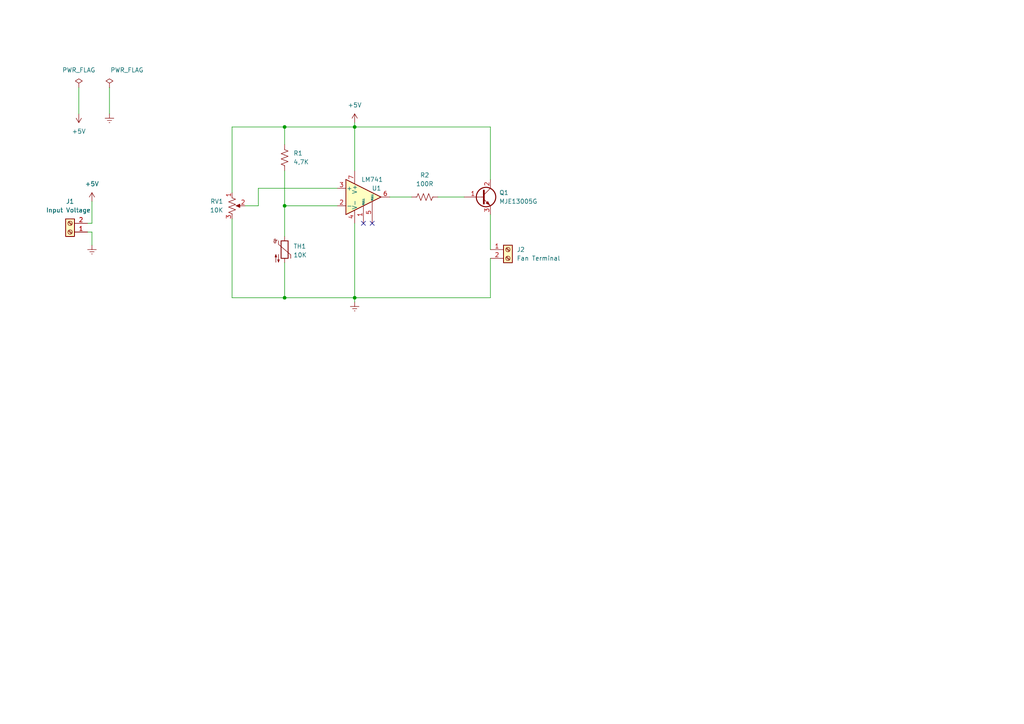
<source format=kicad_sch>
(kicad_sch (version 20230121) (generator eeschema)
  (paper "A4")
  (lib_symbols
    (symbol "Amplifier_Operational:LM741" (pin_names (offset 0.127))
      (property "Reference" "U" (at 0 6.35 0))
      (property "Value" "LM741" (at 0 3.81 0))
      (symbol "LM741_0_1"
        (polyline (pts (xy -5.08 5.08) (xy 5.08 0) (xy -5.08 -5.08) (xy -5.08 5.08)) (stroke (width 0.254)) (fill (type background)))
      )
      (symbol "LM741_1_1"
        (pin input line (at 0 -7.62 90) (length 5.08) (name "NULL") (number "1"))
        (pin input line (at -7.62 -2.54 0) (length 2.54) (name "-") (number "2"))
        (pin input line (at -7.62 2.54 0) (length 2.54) (name "+") (number "3"))
        (pin power_in line (at -2.54 -7.62 90) (length 3.81) (name "V-") (number "4"))
        (pin input line (at 2.54 -7.62 90) (length 6.35) (name "NULL") (number "5"))
        (pin output line (at 7.62 0 180) (length 2.54) (name "~") (number "6"))
        (pin power_in line (at -2.54 7.62 270) (length 3.81) (name "V+") (number "7"))
        (pin no_connect line (at 0 2.54 270) (length 2.54) hide (name "NC") (number "8"))
      )
    )
    (symbol "Connector:Screw_Terminal_01x02" (pin_names (offset 1.016) hide)
      (property "Reference" "J" (at 0 2.54 0))
      (property "Value" "Screw_Terminal_01x02" (at 0 -5.08 0))
      (symbol "Screw_Terminal_01x02_1_1"
        (rectangle (start -1.27 1.27) (end 1.27 -3.81) (stroke (width 0.254)) (fill (type background)))
        (circle (center 0 -2.54) (radius 0.635) (stroke (width 0.1524)))
        (polyline (pts (xy -0.5334 -2.2098) (xy 0.3302 -3.048)) (stroke (width 0.1524)))
        (polyline (pts (xy -0.5334 0.3302) (xy 0.3302 -0.508)) (stroke (width 0.1524)))
        (polyline (pts (xy -0.3556 -2.032) (xy 0.508 -2.8702)) (stroke (width 0.1524)))
        (polyline (pts (xy -0.3556 0.508) (xy 0.508 -0.3302)) (stroke (width 0.1524)))
        (circle (center 0 0) (radius 0.635) (stroke (width 0.1524)))
        (pin passive line (at -5.08 0 0) (length 3.81) (name "Pin_1") (number "1"))
        (pin passive line (at -5.08 -2.54 0) (length 3.81) (name "Pin_2") (number "2"))
      )
    )
    (symbol "Device:R_Potentiometer_US" (pin_names (offset 1.016) hide)
      (property "Reference" "RV" (at -4.445 0 90))
      (property "Value" "R_Potentiometer_US" (at -2.54 0 90))
      (symbol "R_Potentiometer_US_0_1"
        (polyline (pts (xy 0 -2.286) (xy 0 -2.54)))
        (polyline (pts (xy 0 2.54) (xy 0 2.286)))
        (polyline (pts (xy 2.54 0) (xy 1.524 0)))
        (polyline (pts (xy 1.143 0) (xy 2.286 0.508) (xy 2.286 -0.508) (xy 1.143 0)) (fill (type outline)))
        (polyline (pts (xy 0 -0.762) (xy 1.016 -1.143) (xy 0 -1.524) (xy -1.016 -1.905) (xy 0 -2.286)))
        (polyline (pts (xy 0 0.762) (xy 1.016 0.381) (xy 0 0) (xy -1.016 -0.381) (xy 0 -0.762)))
        (polyline (pts (xy 0 2.286) (xy 1.016 1.905) (xy 0 1.524) (xy -1.016 1.143) (xy 0 0.762)))
      )
      (symbol "R_Potentiometer_US_1_1"
        (pin passive line (at 0 3.81 270) (length 1.27) (name "1") (number "1"))
        (pin passive line (at 3.81 0 180) (length 1.27) (name "2") (number "2"))
        (pin passive line (at 0 -3.81 90) (length 1.27) (name "3") (number "3"))
      )
    )
    (symbol "Device:R_US" (pin_numbers hide) (pin_names (offset 0))
      (property "Reference" "R" (at 2.54 0 90))
      (property "Value" "R_US" (at -2.54 0 90))
      (symbol "R_US_0_1"
        (polyline (pts (xy 0 -2.286) (xy 0 -2.54)))
        (polyline (pts (xy 0 2.286) (xy 0 2.54)))
        (polyline (pts (xy 0 -0.762) (xy 1.016 -1.143) (xy 0 -1.524) (xy -1.016 -1.905) (xy 0 -2.286)))
        (polyline (pts (xy 0 0.762) (xy 1.016 0.381) (xy 0 0) (xy -1.016 -0.381) (xy 0 -0.762)))
        (polyline (pts (xy 0 2.286) (xy 1.016 1.905) (xy 0 1.524) (xy -1.016 1.143) (xy 0 0.762)))
      )
      (symbol "R_US_1_1"
        (pin passive line (at 0 3.81 270) (length 1.27) (name "~") (number "1"))
        (pin passive line (at 0 -3.81 90) (length 1.27) (name "~") (number "2"))
      )
    )
    (symbol "Device:Thermistor_NTC" (pin_numbers hide) (pin_names (offset 0))
      (property "Reference" "TH" (at -4.445 0 90))
      (property "Value" "Thermistor_NTC" (at 3.175 0 90))
      (symbol "Thermistor_NTC_0_1"
        (arc (start -3.048 2.159) (mid -3.0495 2.3143) (end -3.175 2.413))
        (arc (start -3.048 2.159) (mid -2.9736 1.9794) (end -2.794 1.905))
        (arc (start -3.048 2.794) (mid -2.9736 2.6144) (end -2.794 2.54))
        (arc (start -2.794 1.905) (mid -2.6144 1.9794) (end -2.54 2.159))
        (arc (start -2.794 2.54) (mid -2.4393 2.5587) (end -2.159 2.794))
        (arc (start -2.794 3.048) (mid -2.9736 2.9736) (end -3.048 2.794))
        (arc (start -2.54 2.794) (mid -2.6144 2.9736) (end -2.794 3.048))
        (rectangle (start -1.016 2.54) (end 1.016 -2.54) (stroke (width 0.254)))
        (polyline (pts (xy -2.54 2.159) (xy -2.54 2.794)))
        (polyline (pts (xy -1.778 2.54) (xy -1.778 1.524) (xy 1.778 -1.524) (xy 1.778 -2.54)))
        (polyline (pts (xy -2.54 -3.683) (xy -2.54 -1.397) (xy -2.794 -2.159) (xy -2.286 -2.159) (xy -2.54 -1.397) (xy -2.54 -1.651)) (fill (type outline)))
        (polyline (pts (xy -1.778 -1.397) (xy -1.778 -3.683) (xy -2.032 -2.921) (xy -1.524 -2.921) (xy -1.778 -3.683) (xy -1.778 -3.429)) (fill (type outline)))
      )
      (symbol "Thermistor_NTC_1_1"
        (pin passive line (at 0 3.81 270) (length 1.27) (name "~") (number "1"))
        (pin passive line (at 0 -3.81 90) (length 1.27) (name "~") (number "2"))
      )
    )
    (symbol "Transistor_BJT:MJE13005G" (pin_names (offset 0) hide)
      (property "Reference" "Q" (at 6.35 1.905 0))
      (property "Value" "MJE13005G" (at 6.35 0 0))
      (symbol "MJE13005G_0_1"
        (polyline (pts (xy 0 0) (xy 0.635 0)))
        (polyline (pts (xy 2.54 2.54) (xy 0.635 0.635)))
        (polyline (pts (xy 0.635 1.905) (xy 0.635 -1.905) (xy 0.635 -1.905)) (stroke (width 0.508)))
        (polyline (pts (xy 2.286 -2.286) (xy 1.778 -1.778) (xy 1.778 -1.778)))
        (polyline (pts (xy 2.54 -2.54) (xy 0.635 -0.635) (xy 1.27 -1.27)) (fill (type outline)))
        (polyline (pts (xy 1.27 -1.778) (xy 1.778 -1.27) (xy 2.286 -2.286) (xy 1.27 -1.778) (xy 1.27 -1.778)) (fill (type outline)))
        (circle (center 1.27 0) (radius 2.8194) (stroke (width 0.3048)))
      )
      (symbol "MJE13005G_1_1"
        (pin input line (at -5.08 0 0) (length 5.08) (name "B") (number "1"))
        (pin passive line (at 2.54 5.08 270) (length 2.54) (name "C") (number "2"))
        (pin passive line (at 2.54 -5.08 90) (length 2.54) (name "E") (number "3"))
      )
    )
    (symbol "power:+5V" (power) (pin_names (offset 0))
      (property "Value" "+5V" (at 0 3.556 0))
      (symbol "+5V_0_1"
        (polyline (pts (xy -0.762 1.27) (xy 0 2.54)))
        (polyline (pts (xy 0 0) (xy 0 2.54)))
        (polyline (pts (xy 0 2.54) (xy 0.762 1.27)))
      )
      (symbol "+5V_1_1"
        (pin power_in line (at 0 0 90) (length 0) hide (name "+5V") (number "1"))
      )
    )
    (symbol "power:Earth" (power) (pin_names (offset 0))
      (symbol "Earth_0_1"
        (polyline (pts (xy -0.635 -1.905) (xy 0.635 -1.905)))
        (polyline (pts (xy -0.127 -2.54) (xy 0.127 -2.54)))
        (polyline (pts (xy 0 -1.27) (xy 0 0)))
        (polyline (pts (xy 1.27 -1.27) (xy -1.27 -1.27)))
      )
      (symbol "Earth_1_1"
        (pin power_in line (at 0 0 270) (length 0) hide (name "Earth") (number "1"))
      )
    )
    (symbol "power:PWR_FLAG" (power) (pin_numbers hide) (pin_names (offset 0) hide)
      (property "Value" "PWR_FLAG" (at 0 3.81 0))
      (symbol "PWR_FLAG_0_0"
        (pin power_out line (at 0 0 90) (length 0) (name "pwr") (number "1"))
      )
      (symbol "PWR_FLAG_0_1"
        (polyline (pts (xy 0 0) (xy 0 1.27) (xy -1.016 1.905) (xy 0 2.54) (xy 1.016 1.905) (xy 0 1.27)))
      )
    )
  )
  (junction (at 82.55 59.69))
  (junction (at 102.87 86.36))
  (junction (at 82.55 86.36))
  (junction (at 82.55 36.83))
  (junction (at 102.87 36.83))
  (no_connect (at 105.41 64.77))
  (no_connect (at 107.95 64.77))
  (wire (pts (xy 82.55 76.2) (xy 82.55 86.36)))
  (wire (pts (xy 142.24 74.93) (xy 142.24 86.36)))
  (wire (pts (xy 67.31 55.88) (xy 67.31 36.83)))
  (wire (pts (xy 102.87 49.53) (xy 102.87 36.83)))
  (wire (pts (xy 82.55 59.69) (xy 97.79 59.69)))
  (wire (pts (xy 82.55 59.69) (xy 82.55 68.58)))
  (wire (pts (xy 67.31 86.36) (xy 82.55 86.36)))
  (wire (pts (xy 82.55 36.83) (xy 102.87 36.83)))
  (wire (pts (xy 142.24 86.36) (xy 102.87 86.36)))
  (wire (pts (xy 22.86 25.4) (xy 22.86 33.02)))
  (wire (pts (xy 26.67 58.42) (xy 26.67 64.77)))
  (wire (pts (xy 102.87 87.63) (xy 102.87 86.36)))
  (wire (pts (xy 71.12 59.69) (xy 74.93 59.69)))
  (wire (pts (xy 113.03 57.15) (xy 119.38 57.15)))
  (wire (pts (xy 82.55 49.53) (xy 82.55 59.69)))
  (wire (pts (xy 102.87 35.56) (xy 102.87 36.83)))
  (wire (pts (xy 97.79 54.61) (xy 74.93 54.61)))
  (wire (pts (xy 67.31 63.5) (xy 67.31 86.36)))
  (wire (pts (xy 142.24 62.23) (xy 142.24 72.39)))
  (wire (pts (xy 26.67 64.77) (xy 25.4 64.77)))
  (wire (pts (xy 82.55 36.83) (xy 82.55 41.91)))
  (wire (pts (xy 26.67 67.31) (xy 25.4 67.31)))
  (wire (pts (xy 26.67 71.12) (xy 26.67 67.31)))
  (wire (pts (xy 82.55 86.36) (xy 102.87 86.36)))
  (wire (pts (xy 102.87 64.77) (xy 102.87 86.36)))
  (wire (pts (xy 127 57.15) (xy 134.62 57.15)))
  (wire (pts (xy 142.24 52.07) (xy 142.24 36.83)))
  (wire (pts (xy 67.31 36.83) (xy 82.55 36.83)))
  (wire (pts (xy 74.93 54.61) (xy 74.93 59.69)))
  (wire (pts (xy 31.75 25.4) (xy 31.75 33.02)))
  (wire (pts (xy 102.87 36.83) (xy 142.24 36.83)))
  (symbol (lib_id "power:Earth") (at 26.67 71.12 0) (unit 1)
    (property "Reference" "#PWR02" (effects hide))
    (property "Value" "Earth" (effects hide))
  )
  (symbol (lib_id "power:Earth") (at 102.87 87.63 0) (unit 1)
    (property "Reference" "#PWR04" (effects hide))
    (property "Value" "Earth" (effects hide))
  )
  (symbol (lib_id "Transistor_BJT:MJE13005G") (at 139.7 57.15 0) (unit 1)
    (property "Reference" "Q1" (at 144.78 55.88 0) (effects (justify left)))
    (property "Value" "MJE13005G" (at 144.78 58.42 0) (effects (justify left)))
    (property "Footprint" "Package_TO_SOT_THT:TO-220-3_Vertical" (effects hide))
    (property "Datasheet" "http://www.onsemi.com/pub_link/Collateral/MJE13005-D.PDF" (effects hide))
  )
  (symbol (lib_id "Device:R_US") (at 82.55 45.72 180) (unit 1)
    (property "Reference" "R1" (at 85.09 44.45 0) (effects (justify right)))
    (property "Value" "4,7K" (at 85.09 46.99 0) (effects (justify right)))
    (property "Footprint" "Resistor_THT:R_Axial_DIN0411_L9.9mm_D3.6mm_P7.62mm_Vertical" (effects hide))
  )
  (symbol (lib_id "power:PWR_FLAG") (at 22.86 25.4 0) (unit 1)
    (property "Reference" "#FLG01" (effects hide))
    (property "Value" "PWR_FLAG" (at 22.86 20.32 0))
  )
  (symbol (lib_id "Connector:Screw_Terminal_01x02") (at 147.32 72.39 0) (unit 1)
    (property "Reference" "J2" (at 149.86 72.39 0) (effects (justify left)))
    (property "Value" "Fan Terminal " (at 149.86 74.93 0) (effects (justify left)))
    (property "Footprint" "TerminalBlock:TerminalBlock_bornier-2_P5.08mm" (effects hide))
  )
  (symbol (lib_id "power:Earth") (at 31.75 33.02 0) (unit 1)
    (property "Reference" "#PWR06" (effects hide))
    (property "Value" "Earth" (effects hide))
  )
  (symbol (lib_id "Amplifier_Operational:LM741") (at 105.41 57.15 0) (unit 1)
    (property "Reference" "U1" (at 109.22 54.61 0))
    (property "Value" "LM741" (at 107.95 52.07 0))
    (property "Footprint" "Package_DIP:DIP-8_W7.62mm" (effects hide))
    (property "Datasheet" "http://www.ti.com/lit/ds/symlink/lm741.pdf" (effects hide))
  )
  (symbol (lib_id "power:+5V") (at 22.86 33.02 180) (unit 1)
    (property "Reference" "#PWR05" (effects hide))
    (property "Value" "+5V" (at 22.86 38.1 0))
  )
  (symbol (lib_id "power:+5V") (at 26.67 58.42 0) (unit 1)
    (property "Reference" "#PWR01" (effects hide))
    (property "Value" "+5V" (at 26.67 53.34 0))
  )
  (symbol (lib_id "Device:R_US") (at 123.19 57.15 90) (unit 1)
    (property "Reference" "R2" (at 123.19 50.8 90))
    (property "Value" "100R" (at 123.19 53.34 90))
    (property "Footprint" "Resistor_THT:R_Axial_DIN0411_L9.9mm_D3.6mm_P7.62mm_Vertical" (effects hide))
  )
  (symbol (lib_id "power:+5V") (at 102.87 35.56 0) (unit 1)
    (property "Reference" "#PWR03" (effects hide))
    (property "Value" "+5V" (at 102.87 30.48 0))
  )
  (symbol (lib_id "Device:Thermistor_NTC") (at 82.55 72.39 0) (unit 1)
    (property "Reference" "TH1" (at 85.09 71.4375 0) (effects (justify left)))
    (property "Value" "10K" (at 85.09 73.9775 0) (effects (justify left)))
    (property "Footprint" "Resistor_THT:R_Radial_Power_L12.0mm_W8.0mm_P5.00mm" (effects hide))
  )
  (symbol (lib_id "Connector:Screw_Terminal_01x02") (at 20.32 67.31 180) (unit 1)
    (property "Reference" "J1" (at 20.32 58.42 0))
    (property "Value" "Input Voltage " (at 20.32 60.96 0))
    (property "Footprint" "TerminalBlock:TerminalBlock_bornier-2_P5.08mm" (effects hide))
  )
  (symbol (lib_id "Device:R_Potentiometer_US") (at 67.31 59.69 0) (unit 1)
    (property "Reference" "RV1" (at 64.77 58.42 0) (effects (justify right)))
    (property "Value" "10K" (at 64.77 60.96 0) (effects (justify right)))
    (property "Footprint" "Potentiometer_THT:Potentiometer_Vishay_148-149_Single_Horizontal" (effects hide))
  )
  (symbol (lib_id "power:PWR_FLAG") (at 31.75 25.4 0) (unit 1)
    (property "Reference" "#FLG02" (effects hide))
    (property "Value" "PWR_FLAG" (at 36.83 20.32 0))
  )
)
</source>
